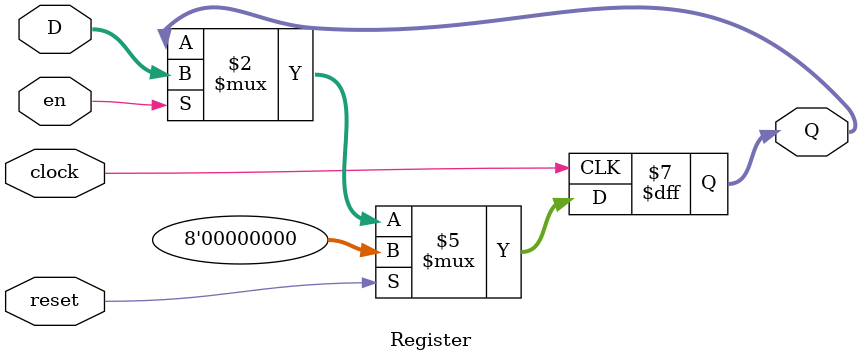
<source format=sv>
/**
 * File: library.sv
 * Authors: Christopher Porco
 *
 * Summary: Library modules for ClockBox
 *
 * Design Guidelines:
 * - Use "TODO" and no other variation for identifying things to do, possible bugs, etc.
 * - Use "_L" for active low signals
 * - Use UpperCamelCase for modules
 * - Use snake_case for variables
 * - Use ALL_CAPS for parameters and enums
 */

module Register
    #(parameter WIDTH = 8,
      parameter RESET_VAL = {WIDTH{1'b0}})
    (input  logic             clock, reset, en,
     input  logic [WIDTH-1:0] D,
     output logic [WIDTH-1:0] Q);

    always_ff @(posedge clock) begin
        if (reset) begin
            Q <= RESET_VAL;
        end
        else if (en) begin
            Q <= D;
        end
    end

endmodule : Register
</source>
